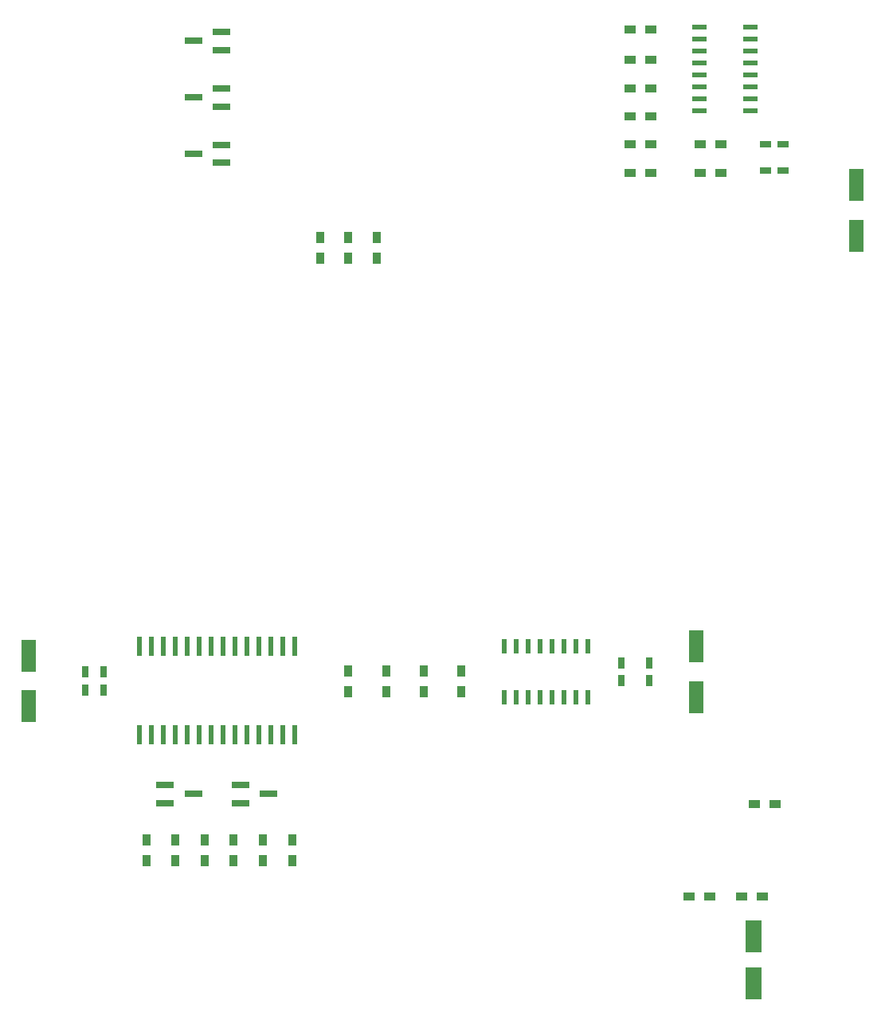
<source format=gbr>
G04 #@! TF.GenerationSoftware,KiCad,Pcbnew,(5.1.2)-1*
G04 #@! TF.CreationDate,2020-05-25T21:02:29-07:00*
G04 #@! TF.ProjectId,kicad-control-board-smt,6b696361-642d-4636-9f6e-74726f6c2d62,rev?*
G04 #@! TF.SameCoordinates,Original*
G04 #@! TF.FileFunction,Paste,Top*
G04 #@! TF.FilePolarity,Positive*
%FSLAX46Y46*%
G04 Gerber Fmt 4.6, Leading zero omitted, Abs format (unit mm)*
G04 Created by KiCad (PCBNEW (5.1.2)-1) date 2020-05-25 21:02:29*
%MOMM*%
%LPD*%
G04 APERTURE LIST*
%ADD10R,1.800000X3.500000*%
%ADD11R,1.600000X3.500000*%
%ADD12R,0.750000X1.200000*%
%ADD13R,1.200000X0.750000*%
%ADD14R,1.900000X0.800000*%
%ADD15R,0.900000X1.200000*%
%ADD16R,1.200000X0.900000*%
%ADD17R,0.600000X1.500000*%
%ADD18R,0.600000X2.000000*%
%ADD19R,1.500000X0.600000*%
G04 APERTURE END LIST*
D10*
X94040960Y-112100360D03*
X94040960Y-117100360D03*
D11*
X88000000Y-81300000D03*
X88000000Y-86700000D03*
D12*
X83000000Y-83050000D03*
X83000000Y-84950000D03*
X80000000Y-84950000D03*
X80000000Y-83050000D03*
D11*
X17000000Y-82300000D03*
X17000000Y-87700000D03*
D12*
X23000000Y-85950000D03*
X23000000Y-84050000D03*
X25000000Y-84050000D03*
X25000000Y-85950000D03*
D11*
X105000000Y-37700000D03*
X105000000Y-32300000D03*
D13*
X97200000Y-30750000D03*
X95300000Y-30750000D03*
X95300000Y-28000000D03*
X97200000Y-28000000D03*
D14*
X34500000Y-17000000D03*
X37500000Y-16050000D03*
X37500000Y-17950000D03*
X37500000Y-23950000D03*
X37500000Y-22050000D03*
X34500000Y-23000000D03*
X34500000Y-29000000D03*
X37500000Y-28050000D03*
X37500000Y-29950000D03*
X39500000Y-96050000D03*
X39500000Y-97950000D03*
X42500000Y-97000000D03*
X34500000Y-97000000D03*
X31500000Y-97950000D03*
X31500000Y-96050000D03*
D15*
X51000000Y-83900000D03*
X51000000Y-86100000D03*
X55000000Y-83900000D03*
X55000000Y-86100000D03*
D16*
X96327140Y-98110040D03*
X94127140Y-98110040D03*
D15*
X59000000Y-86100000D03*
X59000000Y-83900000D03*
X63000000Y-83900000D03*
X63000000Y-86100000D03*
D16*
X80900000Y-15800000D03*
X83100000Y-15800000D03*
X80900000Y-19000000D03*
X83100000Y-19000000D03*
X83100000Y-22000000D03*
X80900000Y-22000000D03*
X83100000Y-25000000D03*
X80900000Y-25000000D03*
X83100000Y-28000000D03*
X80900000Y-28000000D03*
X80900000Y-31000000D03*
X83100000Y-31000000D03*
X88400000Y-28000000D03*
X90600000Y-28000000D03*
X90600000Y-31000000D03*
X88400000Y-31000000D03*
X89362460Y-107919520D03*
X87162460Y-107919520D03*
D15*
X54000000Y-40100000D03*
X54000000Y-37900000D03*
X51000000Y-37900000D03*
X51000000Y-40100000D03*
X48000000Y-40100000D03*
X48000000Y-37900000D03*
D16*
X92768240Y-107919520D03*
X94968240Y-107919520D03*
D15*
X45000000Y-101900000D03*
X45000000Y-104100000D03*
X41900000Y-104110000D03*
X41900000Y-101910000D03*
X38800000Y-104100000D03*
X38800000Y-101900000D03*
X35700000Y-101900000D03*
X35700000Y-104100000D03*
X32600000Y-104100000D03*
X32600000Y-101900000D03*
X29500000Y-104100000D03*
X29500000Y-101900000D03*
D17*
X76445000Y-86700000D03*
X75175000Y-86700000D03*
X73905000Y-86700000D03*
X72635000Y-86700000D03*
X71365000Y-86700000D03*
X70095000Y-86700000D03*
X68825000Y-86700000D03*
X67555000Y-86700000D03*
X67555000Y-81300000D03*
X68825000Y-81300000D03*
X70095000Y-81300000D03*
X71365000Y-81300000D03*
X72635000Y-81300000D03*
X73905000Y-81300000D03*
X75175000Y-81300000D03*
X76445000Y-81300000D03*
D18*
X28745000Y-90700000D03*
X30015000Y-90700000D03*
X31285000Y-90700000D03*
X32555000Y-90700000D03*
X33825000Y-90700000D03*
X35095000Y-90700000D03*
X36365000Y-90700000D03*
X37635000Y-90700000D03*
X38905000Y-90700000D03*
X40175000Y-90700000D03*
X41445000Y-90700000D03*
X42715000Y-90700000D03*
X43985000Y-90700000D03*
X45255000Y-90700000D03*
X45255000Y-81300000D03*
X43985000Y-81300000D03*
X42715000Y-81300000D03*
X41445000Y-81300000D03*
X40175000Y-81300000D03*
X38905000Y-81300000D03*
X37635000Y-81300000D03*
X36365000Y-81300000D03*
X35095000Y-81300000D03*
X33825000Y-81300000D03*
X32555000Y-81300000D03*
X31285000Y-81300000D03*
X30015000Y-81300000D03*
X28745000Y-81300000D03*
D19*
X93700000Y-15555000D03*
X93700000Y-16825000D03*
X93700000Y-18095000D03*
X93700000Y-19365000D03*
X93700000Y-20635000D03*
X93700000Y-21905000D03*
X93700000Y-23175000D03*
X93700000Y-24445000D03*
X88300000Y-24445000D03*
X88300000Y-23175000D03*
X88300000Y-21905000D03*
X88300000Y-20635000D03*
X88300000Y-19365000D03*
X88300000Y-18095000D03*
X88300000Y-16825000D03*
X88300000Y-15555000D03*
M02*

</source>
